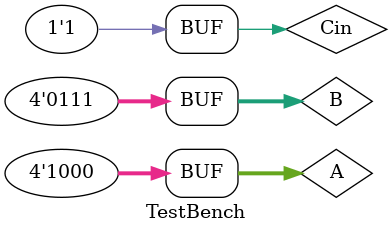
<source format=v>
`timescale 1ns / 1ps


module TestBench;

	// Inputs
	reg [3:0] A;
	reg [3:0] B;
	reg Cin;

	// Outputs
	wire [3:0] Z;
	wire Cout;

	// Instantiate the Unit Under Test (UUT)
	Practice_1 uut (
		.A(A), 
		.B(B), 
		.Cin(Cin), 
		.Z(Z), 
		.Cout(Cout)
	);

	initial begin
		// Initialize Inputs
		A = 4'b0000; B=4'b0000; Cin = 0;
		#60 A = 4'b0000; B=4'b0000; Cin = 0;
		#60 A = 4'b1000; B=4'b0111; Cin = 0;
		#60 A = 4'b1000; B=4'b0111; Cin = 1;

		// Wait 100 ns for global reset to finish
		#100;
        
		// Add stimulus here

	end
      
endmodule


</source>
